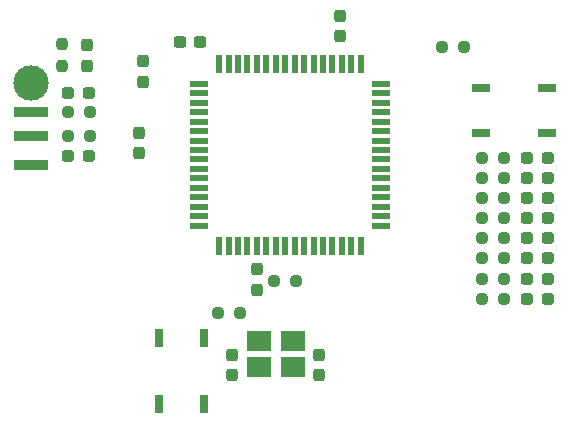
<source format=gtp>
G04 #@! TF.GenerationSoftware,KiCad,Pcbnew,7.0.8-7.0.8~ubuntu22.04.1*
G04 #@! TF.CreationDate,2023-10-11T15:45:23+02:00*
G04 #@! TF.ProjectId,Pico_PCB,5069636f-5f50-4434-922e-6b696361645f,rev?*
G04 #@! TF.SameCoordinates,Original*
G04 #@! TF.FileFunction,Paste,Top*
G04 #@! TF.FilePolarity,Positive*
%FSLAX46Y46*%
G04 Gerber Fmt 4.6, Leading zero omitted, Abs format (unit mm)*
G04 Created by KiCad (PCBNEW 7.0.8-7.0.8~ubuntu22.04.1) date 2023-10-11 15:45:23*
%MOMM*%
%LPD*%
G01*
G04 APERTURE LIST*
G04 Aperture macros list*
%AMRoundRect*
0 Rectangle with rounded corners*
0 $1 Rounding radius*
0 $2 $3 $4 $5 $6 $7 $8 $9 X,Y pos of 4 corners*
0 Add a 4 corners polygon primitive as box body*
4,1,4,$2,$3,$4,$5,$6,$7,$8,$9,$2,$3,0*
0 Add four circle primitives for the rounded corners*
1,1,$1+$1,$2,$3*
1,1,$1+$1,$4,$5*
1,1,$1+$1,$6,$7*
1,1,$1+$1,$8,$9*
0 Add four rect primitives between the rounded corners*
20,1,$1+$1,$2,$3,$4,$5,0*
20,1,$1+$1,$4,$5,$6,$7,0*
20,1,$1+$1,$6,$7,$8,$9,0*
20,1,$1+$1,$8,$9,$2,$3,0*%
G04 Aperture macros list end*
%ADD10RoundRect,0.237500X0.287500X0.237500X-0.287500X0.237500X-0.287500X-0.237500X0.287500X-0.237500X0*%
%ADD11RoundRect,0.237500X0.250000X0.237500X-0.250000X0.237500X-0.250000X-0.237500X0.250000X-0.237500X0*%
%ADD12RoundRect,0.237500X-0.287500X-0.237500X0.287500X-0.237500X0.287500X0.237500X-0.287500X0.237500X0*%
%ADD13RoundRect,0.237500X0.237500X-0.300000X0.237500X0.300000X-0.237500X0.300000X-0.237500X-0.300000X0*%
%ADD14RoundRect,0.237500X-0.250000X-0.237500X0.250000X-0.237500X0.250000X0.237500X-0.250000X0.237500X0*%
%ADD15RoundRect,0.237500X-0.237500X0.300000X-0.237500X-0.300000X0.237500X-0.300000X0.237500X0.300000X0*%
%ADD16R,1.524000X0.762000*%
%ADD17R,0.762000X1.524000*%
%ADD18RoundRect,0.237500X0.237500X-0.287500X0.237500X0.287500X-0.237500X0.287500X-0.237500X-0.287500X0*%
%ADD19R,2.100000X1.800000*%
%ADD20R,1.500000X0.550000*%
%ADD21R,0.550000X1.500000*%
%ADD22RoundRect,0.237500X0.237500X-0.250000X0.237500X0.250000X-0.237500X0.250000X-0.237500X-0.250000X0*%
%ADD23RoundRect,0.237500X0.300000X0.237500X-0.300000X0.237500X-0.300000X-0.237500X0.300000X-0.237500X0*%
%ADD24C,2.999740*%
%ADD25R,2.999740X0.899160*%
G04 APERTURE END LIST*
D10*
X281125000Y-43200000D03*
X279375000Y-43200000D03*
D11*
X242345345Y-29402420D03*
X240520345Y-29402420D03*
D10*
X281125000Y-36350000D03*
X279375000Y-36350000D03*
D12*
X240520345Y-31102420D03*
X242270345Y-31102420D03*
D10*
X281150000Y-32950000D03*
X279400000Y-32950000D03*
X281150000Y-34650000D03*
X279400000Y-34650000D03*
D12*
X240520345Y-25752420D03*
X242270345Y-25752420D03*
D11*
X255050000Y-44400000D03*
X253225000Y-44400000D03*
D10*
X281125000Y-41500000D03*
X279375000Y-41500000D03*
D13*
X254400000Y-49662500D03*
X254400000Y-47937500D03*
D14*
X272175000Y-21900000D03*
X274000000Y-21900000D03*
D13*
X263550000Y-20962500D03*
X263550000Y-19237500D03*
D15*
X246500000Y-29137500D03*
X246500000Y-30862500D03*
D13*
X246850000Y-24825000D03*
X246850000Y-23100000D03*
D14*
X275600000Y-41500000D03*
X277425000Y-41500000D03*
D11*
X259812500Y-41687500D03*
X257987500Y-41687500D03*
D14*
X275600000Y-43200000D03*
X277425000Y-43200000D03*
D15*
X256500000Y-40700000D03*
X256500000Y-42425000D03*
D14*
X275600000Y-38050000D03*
X277425000Y-38050000D03*
D10*
X281150000Y-31250000D03*
X279400000Y-31250000D03*
D16*
X281100000Y-29150000D03*
X275512000Y-29150000D03*
X281100000Y-25340000D03*
X275512000Y-25340000D03*
D10*
X281125000Y-38050000D03*
X279375000Y-38050000D03*
D14*
X275575000Y-36350000D03*
X277400000Y-36350000D03*
D17*
X248200000Y-52100000D03*
X248200000Y-46512000D03*
X252010000Y-52100000D03*
X252010000Y-46512000D03*
D18*
X242151320Y-23450000D03*
X242151320Y-21700000D03*
D14*
X275562500Y-31250000D03*
X277387500Y-31250000D03*
D15*
X261800000Y-47937500D03*
X261800000Y-49662500D03*
D14*
X275600000Y-39750000D03*
X277425000Y-39750000D03*
D11*
X242345345Y-27402420D03*
X240520345Y-27402420D03*
D19*
X259550000Y-46800000D03*
X256650000Y-46800000D03*
X256650000Y-49000000D03*
X259550000Y-49000000D03*
D20*
X251600000Y-25000000D03*
X251600000Y-25800000D03*
X251600000Y-26600000D03*
X251600000Y-27400000D03*
X251600000Y-28200000D03*
X251600000Y-29000000D03*
X251600000Y-29800000D03*
X251600000Y-30600000D03*
X251600000Y-31400000D03*
X251600000Y-32200000D03*
X251600000Y-33000000D03*
X251600000Y-33800000D03*
X251600000Y-34600000D03*
X251600000Y-35400000D03*
X251600000Y-36200000D03*
X251600000Y-37000000D03*
D21*
X253300000Y-38700000D03*
X254100000Y-38700000D03*
X254900000Y-38700000D03*
X255700000Y-38700000D03*
X256500000Y-38700000D03*
X257300000Y-38700000D03*
X258100000Y-38700000D03*
X258900000Y-38700000D03*
X259700000Y-38700000D03*
X260500000Y-38700000D03*
X261300000Y-38700000D03*
X262100000Y-38700000D03*
X262900000Y-38700000D03*
X263700000Y-38700000D03*
X264500000Y-38700000D03*
X265300000Y-38700000D03*
D20*
X267000000Y-37000000D03*
X267000000Y-36200000D03*
X267000000Y-35400000D03*
X267000000Y-34600000D03*
X267000000Y-33800000D03*
X267000000Y-33000000D03*
X267000000Y-32200000D03*
X267000000Y-31400000D03*
X267000000Y-30600000D03*
X267000000Y-29800000D03*
X267000000Y-29000000D03*
X267000000Y-28200000D03*
X267000000Y-27400000D03*
X267000000Y-26600000D03*
X267000000Y-25800000D03*
X267000000Y-25000000D03*
D21*
X265300000Y-23300000D03*
X264500000Y-23300000D03*
X263700000Y-23300000D03*
X262900000Y-23300000D03*
X262100000Y-23300000D03*
X261300000Y-23300000D03*
X260500000Y-23300000D03*
X259700000Y-23300000D03*
X258900000Y-23300000D03*
X258100000Y-23300000D03*
X257300000Y-23300000D03*
X256500000Y-23300000D03*
X255700000Y-23300000D03*
X254900000Y-23300000D03*
X254100000Y-23300000D03*
X253300000Y-23300000D03*
D14*
X275562500Y-32950000D03*
X277387500Y-32950000D03*
D22*
X240001320Y-23475000D03*
X240001320Y-21650000D03*
D23*
X251700000Y-21450000D03*
X249975000Y-21450000D03*
D24*
X237401320Y-24904840D03*
D25*
X237401320Y-27404200D03*
X237401320Y-29400640D03*
X237401320Y-31900000D03*
D14*
X275575000Y-34650000D03*
X277400000Y-34650000D03*
D10*
X281125000Y-39750000D03*
X279375000Y-39750000D03*
M02*

</source>
